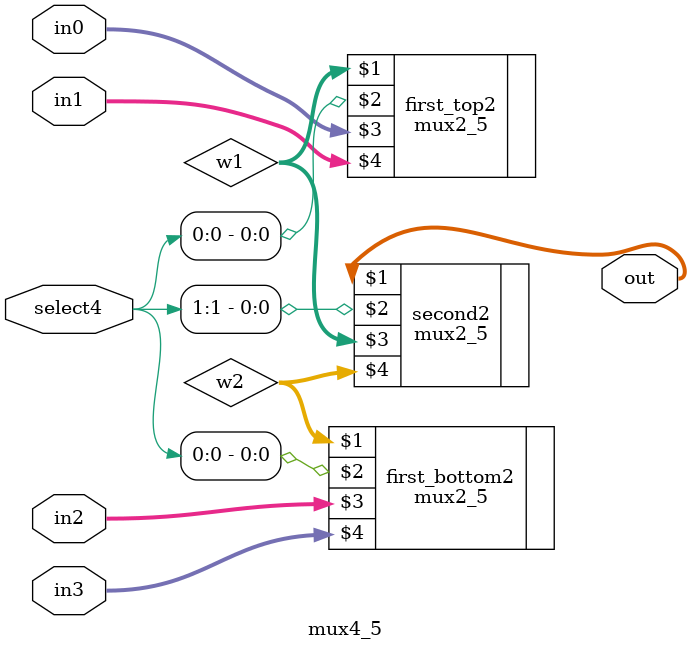
<source format=v>
module mux4_5(out, select4, in0, in1, in2, in3);
    input [1:0] select4;
    input [4:0] in0, in1, in2, in3;
    output [4:0] out;
    wire [4:0] w1, w2;
    mux2_5 first_top2(w1, select4[0], in0, in1);
    mux2_5 first_bottom2(w2, select4[0], in2, in3);
    mux2_5 second2(out, select4[1], w1, w2);
endmodule
</source>
